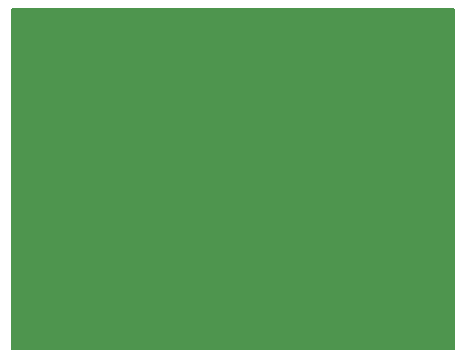
<source format=gtl>
G04 Layer_Physical_Order=1*
G04 Layer_Color=255*
%FSLAX24Y24*%
%MOIN*%
G70*
G01*
G75*
%ADD10C,0.0079*%
%ADD11C,0.0630*%
D10*
X25689Y31575D02*
Y42913D01*
X25630Y31575D02*
Y42913D01*
X25807Y31575D02*
Y42913D01*
X25748Y31575D02*
Y42913D01*
X25512Y31575D02*
Y42913D01*
X25453Y31575D02*
Y42913D01*
X25571Y31575D02*
Y42913D01*
X26102Y31575D02*
Y42913D01*
X26043Y31575D02*
Y42913D01*
X26220Y31575D02*
Y42913D01*
X26161Y31575D02*
Y42913D01*
X25925Y31575D02*
Y42913D01*
X25866Y31575D02*
Y42913D01*
X25984Y31575D02*
Y42913D01*
X24862Y31575D02*
Y42913D01*
X24803Y31575D02*
Y42913D01*
X24980Y31575D02*
Y42913D01*
X24921Y31575D02*
Y42913D01*
X24685Y31575D02*
Y42913D01*
X24626Y31575D02*
Y42913D01*
X24744Y31575D02*
Y42913D01*
X25276Y31575D02*
Y42913D01*
X25216Y31575D02*
Y42913D01*
X25394Y31575D02*
Y42913D01*
X25335Y31575D02*
Y42913D01*
X25098Y31575D02*
Y42913D01*
X25039Y31575D02*
Y42913D01*
X25157Y31575D02*
Y42913D01*
X27342Y31575D02*
Y42913D01*
X27283Y31575D02*
Y42913D01*
X27461Y31575D02*
Y42913D01*
X27402Y31575D02*
Y42913D01*
X27165Y31575D02*
Y42913D01*
X27106Y31575D02*
Y42913D01*
X27224Y31575D02*
Y42913D01*
X27756Y31575D02*
Y42913D01*
X27697Y31575D02*
Y42913D01*
X27874Y31575D02*
Y42913D01*
X27815Y31575D02*
Y42913D01*
X27579Y31575D02*
Y42913D01*
X27520Y31575D02*
Y42913D01*
X27638Y31575D02*
Y42913D01*
X26516Y31575D02*
Y42913D01*
X26457Y31575D02*
Y42913D01*
X26634Y31575D02*
Y42913D01*
X26575Y31575D02*
Y42913D01*
X26339Y31575D02*
Y42913D01*
X26279Y31575D02*
Y42913D01*
X26398Y31575D02*
Y42913D01*
X26929Y31575D02*
Y42913D01*
X26870Y31575D02*
Y42913D01*
X27047Y31575D02*
Y42913D01*
X26988Y31575D02*
Y42913D01*
X26752Y31575D02*
Y42913D01*
X26693Y31575D02*
Y42913D01*
X26811Y31575D02*
Y42913D01*
X22382Y31575D02*
Y42913D01*
X22323Y31575D02*
Y42913D01*
X22500Y31575D02*
Y42913D01*
X22441Y31575D02*
Y42913D01*
X22205Y31575D02*
Y42913D01*
X22146Y31575D02*
Y42913D01*
X22264Y31575D02*
Y42913D01*
X22795Y31575D02*
Y42913D01*
X22736Y31575D02*
Y42913D01*
X22913Y31575D02*
Y42913D01*
X22854Y31575D02*
Y42913D01*
X22618Y31575D02*
Y42913D01*
X22559Y31575D02*
Y42913D01*
X22677Y31575D02*
Y42913D01*
X21555Y31575D02*
Y42913D01*
X21496Y31575D02*
Y42913D01*
X21673Y31575D02*
Y42913D01*
X21614Y31575D02*
Y42913D01*
X21378Y31575D02*
Y42913D01*
X21319Y31575D02*
Y42913D01*
X21437Y31575D02*
Y42913D01*
X21968Y31575D02*
Y42913D01*
X21909Y31575D02*
Y42913D01*
X22087Y31575D02*
Y42913D01*
X22028Y31575D02*
Y42913D01*
X21791Y31575D02*
Y42913D01*
X21732Y31575D02*
Y42913D01*
X21850Y31575D02*
Y42913D01*
X24035Y31575D02*
Y42913D01*
X23976Y31575D02*
Y42913D01*
X24153Y31575D02*
Y42913D01*
X24094Y31575D02*
Y42913D01*
X23858Y31575D02*
Y42913D01*
X23799Y31575D02*
Y42913D01*
X23917Y31575D02*
Y42913D01*
X24449Y31575D02*
Y42913D01*
X24390Y31575D02*
Y42913D01*
X24567Y31575D02*
Y42913D01*
X24508Y31575D02*
Y42913D01*
X24272Y31575D02*
Y42913D01*
X24213Y31575D02*
Y42913D01*
X24331Y31575D02*
Y42913D01*
X23209Y31575D02*
Y42913D01*
X23150Y31575D02*
Y42913D01*
X23327Y31575D02*
Y42913D01*
X23268Y31575D02*
Y42913D01*
X23031Y31575D02*
Y42913D01*
X22972Y31575D02*
Y42913D01*
X23091Y31575D02*
Y42913D01*
X23622Y31575D02*
Y42913D01*
X23563Y31575D02*
Y42913D01*
X23740Y31575D02*
Y42913D01*
X23681Y31575D02*
Y42913D01*
X23445Y31575D02*
Y42913D01*
X23386Y31575D02*
Y42913D01*
X23504Y31575D02*
Y42913D01*
X32244Y31575D02*
Y42913D01*
X32185Y31575D02*
Y42913D01*
X32362Y31575D02*
Y42913D01*
X32303Y31575D02*
Y42913D01*
X32067Y31575D02*
Y42913D01*
X32008Y31575D02*
Y42913D01*
X32126Y31575D02*
Y42913D01*
X32657Y31575D02*
Y42913D01*
X32598Y31575D02*
Y42913D01*
X32776Y31575D02*
Y42913D01*
X32716Y31575D02*
Y42913D01*
X32480Y31575D02*
Y42913D01*
X32421Y31575D02*
Y42913D01*
X32539Y31575D02*
Y42913D01*
X31417Y31575D02*
Y42913D01*
X31358Y31575D02*
Y42913D01*
X31535Y31575D02*
Y42913D01*
X31476Y31575D02*
Y42913D01*
X31240Y31575D02*
Y42913D01*
X31181Y31575D02*
Y42913D01*
X31299Y31575D02*
Y42913D01*
X31831Y31575D02*
Y42913D01*
X31772Y31575D02*
Y42913D01*
X31949Y31575D02*
Y42913D01*
X31890Y31575D02*
Y42913D01*
X31653Y31575D02*
Y42913D01*
X31594Y31575D02*
Y42913D01*
X31713Y31575D02*
Y42913D01*
X33898Y31575D02*
Y42913D01*
X33839Y31575D02*
Y42913D01*
X34016Y31575D02*
Y42913D01*
X33957Y31575D02*
Y42913D01*
X33720Y31575D02*
Y42913D01*
X33661Y31575D02*
Y42913D01*
X33779Y31575D02*
Y42913D01*
X34311Y31575D02*
Y42913D01*
X34252Y31575D02*
Y42913D01*
X34409Y31575D02*
Y42913D01*
X34370Y31575D02*
Y42913D01*
X34134Y31575D02*
Y42913D01*
X34075Y31575D02*
Y42913D01*
X34193Y31575D02*
Y42913D01*
X33071Y31575D02*
Y42913D01*
X33012Y31575D02*
Y42913D01*
X33189Y31575D02*
Y42913D01*
X33130Y31575D02*
Y42913D01*
X32894Y31575D02*
Y42913D01*
X32835Y31575D02*
Y42913D01*
X32953Y31575D02*
Y42913D01*
X33484Y31575D02*
Y42913D01*
X33425Y31575D02*
Y42913D01*
X33602Y31575D02*
Y42913D01*
X33543Y31575D02*
Y42913D01*
X33307Y31575D02*
Y42913D01*
X33248Y31575D02*
Y42913D01*
X33366Y31575D02*
Y42913D01*
X28996Y31575D02*
Y42913D01*
X28937Y31575D02*
Y42913D01*
X29114Y31575D02*
Y42913D01*
X29055Y31575D02*
Y42913D01*
X28819Y31575D02*
Y42913D01*
X28760Y31575D02*
Y42913D01*
X28878Y31575D02*
Y42913D01*
X29409Y31575D02*
Y42913D01*
X29350Y31575D02*
Y42913D01*
X29527Y31575D02*
Y42913D01*
X29468Y31575D02*
Y42913D01*
X29232Y31575D02*
Y42913D01*
X29173Y31575D02*
Y42913D01*
X29291Y31575D02*
Y42913D01*
X28169Y31575D02*
Y42913D01*
X28110Y31575D02*
Y42913D01*
X28287Y31575D02*
Y42913D01*
X28228Y31575D02*
Y42913D01*
X27992Y31575D02*
Y42913D01*
X27933Y31575D02*
Y42913D01*
X28051Y31575D02*
Y42913D01*
X28583Y31575D02*
Y42913D01*
X28524Y31575D02*
Y42913D01*
X28701Y31575D02*
Y42913D01*
X28642Y31575D02*
Y42913D01*
X28405Y31575D02*
Y42913D01*
X28346Y31575D02*
Y42913D01*
X28465Y31575D02*
Y42913D01*
X30590Y31575D02*
Y42913D01*
X30531Y31575D02*
Y42913D01*
X30709Y31575D02*
Y42913D01*
X30650Y31575D02*
Y42913D01*
X30413Y31575D02*
Y42913D01*
X30354Y31575D02*
Y42913D01*
X30472Y31575D02*
Y42913D01*
X31004Y31575D02*
Y42913D01*
X30945Y31575D02*
Y42913D01*
X31122Y31575D02*
Y42913D01*
X31063Y31575D02*
Y42913D01*
X30827Y31575D02*
Y42913D01*
X30768Y31575D02*
Y42913D01*
X30886Y31575D02*
Y42913D01*
X29823Y31575D02*
Y42913D01*
X29764Y31575D02*
Y42913D01*
X29941Y31575D02*
Y42913D01*
X29882Y31575D02*
Y42913D01*
X29646Y31575D02*
Y42913D01*
X29587Y31575D02*
Y42913D01*
X29705Y31575D02*
Y42913D01*
X30236Y31575D02*
Y42913D01*
X30177Y31575D02*
Y42913D01*
X30295Y31575D02*
Y42913D01*
X30059Y31575D02*
Y42913D01*
X30000Y31575D02*
Y42913D01*
X30118Y31575D02*
Y42913D01*
X19685Y38622D02*
X34409D01*
X19685Y38681D02*
X34409D01*
X19685Y38504D02*
X34409D01*
X19685Y38563D02*
X34409D01*
X19685Y38799D02*
X34409D01*
X19685Y38858D02*
X34409D01*
X19685Y38740D02*
X34409D01*
X19685Y38209D02*
X34409D01*
X19685Y38268D02*
X34409D01*
X19685Y38090D02*
X34409D01*
X19685Y38150D02*
X34409D01*
X19685Y38386D02*
X34409D01*
X19685Y38445D02*
X34409D01*
X19685Y38327D02*
X34409D01*
X19685Y39449D02*
X34409D01*
X19685Y39508D02*
X34409D01*
X19685Y39331D02*
X34409D01*
X19685Y39390D02*
X34409D01*
X19685Y39626D02*
X34409D01*
X19685Y39685D02*
X34409D01*
X19685Y39567D02*
X34409D01*
X19685Y39035D02*
X34409D01*
X19685Y39094D02*
X34409D01*
X19685Y38917D02*
X34409D01*
X19685Y38976D02*
X34409D01*
X19685Y39213D02*
X34409D01*
X19685Y39272D02*
X34409D01*
X19685Y39153D02*
X34409D01*
X19685Y36968D02*
X34409D01*
X19685Y37027D02*
X34409D01*
X19685Y36850D02*
X34409D01*
X19685Y36909D02*
X34409D01*
X19685Y37146D02*
X34409D01*
X19685Y37205D02*
X34409D01*
X19685Y37087D02*
X34409D01*
X19685Y36555D02*
X34409D01*
X19685Y36614D02*
X34409D01*
X19685Y36437D02*
X34409D01*
X19685Y36496D02*
X34409D01*
X19685Y36732D02*
X34409D01*
X19685Y36791D02*
X34409D01*
X19685Y36673D02*
X34409D01*
X19685Y37795D02*
X34409D01*
X19685Y37854D02*
X34409D01*
X19685Y37677D02*
X34409D01*
X19685Y37736D02*
X34409D01*
X19685Y37972D02*
X34409D01*
X19685Y38031D02*
X34409D01*
X19685Y37913D02*
X34409D01*
X19685Y37382D02*
X34409D01*
X19685Y37441D02*
X34409D01*
X19685Y37264D02*
X34409D01*
X19685Y37323D02*
X34409D01*
X19685Y37559D02*
X34409D01*
X19685Y37618D02*
X34409D01*
X19685Y37500D02*
X34409D01*
X19685Y41870D02*
X34409D01*
X19685Y41929D02*
X34409D01*
X19685Y41752D02*
X34409D01*
X19685Y41811D02*
X34409D01*
X19685Y42047D02*
X34409D01*
X19685Y42106D02*
X34409D01*
X19685Y41988D02*
X34409D01*
X19685Y41457D02*
X34409D01*
X19685Y41516D02*
X34409D01*
X19685Y41339D02*
X34409D01*
X19685Y41398D02*
X34409D01*
X19685Y41634D02*
X34409D01*
X19685Y41693D02*
X34409D01*
X19685Y41575D02*
X34409D01*
X19685Y42697D02*
X34409D01*
X19685Y42756D02*
X34409D01*
X19685Y42579D02*
X34409D01*
X19685Y42638D02*
X34409D01*
X19685Y42874D02*
X34409D01*
X19685Y42913D02*
X34409D01*
X19685Y42815D02*
X34409D01*
X19685Y42283D02*
X34409D01*
X19685Y42342D02*
X34409D01*
X19685Y42165D02*
X34409D01*
X19685Y42224D02*
X34409D01*
X19685Y42461D02*
X34409D01*
X19685Y42520D02*
X34409D01*
X19685Y42401D02*
X34409D01*
X19685Y40276D02*
X34409D01*
X19685Y40335D02*
X34409D01*
X19685Y40157D02*
X34409D01*
X19685Y40216D02*
X34409D01*
X19685Y40453D02*
X34409D01*
X19685Y40512D02*
X34409D01*
X19685Y40394D02*
X34409D01*
X19685Y39862D02*
X34409D01*
X19685Y39921D02*
X34409D01*
X19685Y39744D02*
X34409D01*
X19685Y39803D02*
X34409D01*
X19685Y40039D02*
X34409D01*
X19685Y40098D02*
X34409D01*
X19685Y39980D02*
X34409D01*
X19685Y41043D02*
X34409D01*
X19685Y41102D02*
X34409D01*
X19685Y40925D02*
X34409D01*
X19685Y40984D02*
X34409D01*
X19685Y41220D02*
X34409D01*
X19685Y41279D02*
X34409D01*
X19685Y41161D02*
X34409D01*
X19685Y40630D02*
X34409D01*
X19685Y40689D02*
X34409D01*
X19685Y40571D02*
X34409D01*
X19685Y40807D02*
X34409D01*
X19685Y40866D02*
X34409D01*
X19685Y40748D02*
X34409D01*
X19685Y35315D02*
X34409D01*
X19685Y35374D02*
X34409D01*
X19685Y35197D02*
X34409D01*
X19685Y35256D02*
X34409D01*
X19685Y35492D02*
X34409D01*
X19685Y35551D02*
X34409D01*
X19685Y35433D02*
X34409D01*
X19685Y34902D02*
X34409D01*
X19685Y34961D02*
X34409D01*
X19685Y34783D02*
X34409D01*
X19685Y34842D02*
X34409D01*
X19685Y35079D02*
X34409D01*
X19685Y35138D02*
X34409D01*
X19685Y35020D02*
X34409D01*
X19685Y36142D02*
X34409D01*
X19685Y36201D02*
X34409D01*
X19685Y36024D02*
X34409D01*
X19685Y36083D02*
X34409D01*
X19685Y36319D02*
X34409D01*
X19685Y36378D02*
X34409D01*
X19685Y36260D02*
X34409D01*
X19685Y35728D02*
X34409D01*
X19685Y35787D02*
X34409D01*
X19685Y35610D02*
X34409D01*
X19685Y35669D02*
X34409D01*
X19685Y35905D02*
X34409D01*
X19685Y35965D02*
X34409D01*
X19685Y35846D02*
X34409D01*
X19685Y33661D02*
X34409D01*
X19685Y33720D02*
X34409D01*
X19685Y33543D02*
X34409D01*
X19685Y33602D02*
X34409D01*
X19685Y33839D02*
X34409D01*
X19685Y33898D02*
X34409D01*
X19685Y33779D02*
X34409D01*
X19685Y33248D02*
X34409D01*
X19685Y33307D02*
X34409D01*
X19685Y33130D02*
X34409D01*
X19685Y33189D02*
X34409D01*
X19685Y33425D02*
X34409D01*
X19685Y33484D02*
X34409D01*
X19685Y33366D02*
X34409D01*
X19685Y34488D02*
X34409D01*
X19685Y34547D02*
X34409D01*
X19685Y34370D02*
X34409D01*
X19685Y34429D02*
X34409D01*
X19685Y34665D02*
X34409D01*
X19685Y34724D02*
X34409D01*
X19685Y34606D02*
X34409D01*
X19685Y34075D02*
X34409D01*
X19685Y34134D02*
X34409D01*
X19685Y33957D02*
X34409D01*
X19685Y34016D02*
X34409D01*
X19685Y34252D02*
X34409D01*
X19685Y34311D02*
X34409D01*
X19685Y34193D02*
X34409D01*
X20728Y31575D02*
Y42913D01*
X20669Y31575D02*
Y42913D01*
X20846Y31575D02*
Y42913D01*
X20787Y31575D02*
Y42913D01*
X20551Y31575D02*
Y42913D01*
X20492Y31575D02*
Y42913D01*
X20610Y31575D02*
Y42913D01*
X21142Y31575D02*
Y42913D01*
X21083Y31575D02*
Y42913D01*
X21260Y31575D02*
Y42913D01*
X21201Y31575D02*
Y42913D01*
X20965Y31575D02*
Y42913D01*
X20905Y31575D02*
Y42913D01*
X21024Y31575D02*
Y42913D01*
X19902Y31575D02*
Y42913D01*
X19842Y31575D02*
Y42913D01*
X20020Y31575D02*
Y42913D01*
X19961Y31575D02*
Y42913D01*
X19724Y31575D02*
Y42913D01*
X19685Y31575D02*
Y42913D01*
X19783Y31575D02*
Y42913D01*
X20315Y31575D02*
Y42913D01*
X20256Y31575D02*
Y42913D01*
X20433Y31575D02*
Y42913D01*
X20374Y31575D02*
Y42913D01*
X20138Y31575D02*
Y42913D01*
X20079Y31575D02*
Y42913D01*
X20197Y31575D02*
Y42913D01*
X19685Y32067D02*
X34409D01*
X19685Y32126D02*
X34409D01*
X19685Y31949D02*
X34409D01*
X19685Y32008D02*
X34409D01*
X19685Y32244D02*
X34409D01*
X19685Y32303D02*
X34409D01*
X19685Y32185D02*
X34409D01*
X19685Y31653D02*
X34409D01*
X19685Y31713D02*
X34409D01*
X19685Y31575D02*
X34409D01*
X19685Y31594D02*
X34409D01*
X19685Y31831D02*
X34409D01*
X19685Y31890D02*
X34409D01*
X19685Y31772D02*
X34409D01*
X19685Y32835D02*
X34409D01*
X19685Y32894D02*
X34409D01*
X19685Y32716D02*
X34409D01*
X19685Y32776D02*
X34409D01*
X19685Y33012D02*
X34409D01*
X19685Y33071D02*
X34409D01*
X19685Y32953D02*
X34409D01*
X19685Y32421D02*
X34409D01*
X19685Y32480D02*
X34409D01*
X19685Y32362D02*
X34409D01*
X19685Y32598D02*
X34409D01*
X19685Y32657D02*
X34409D01*
X19685Y32539D02*
X34409D01*
D11*
X27047Y35709D02*
D03*
M02*

</source>
